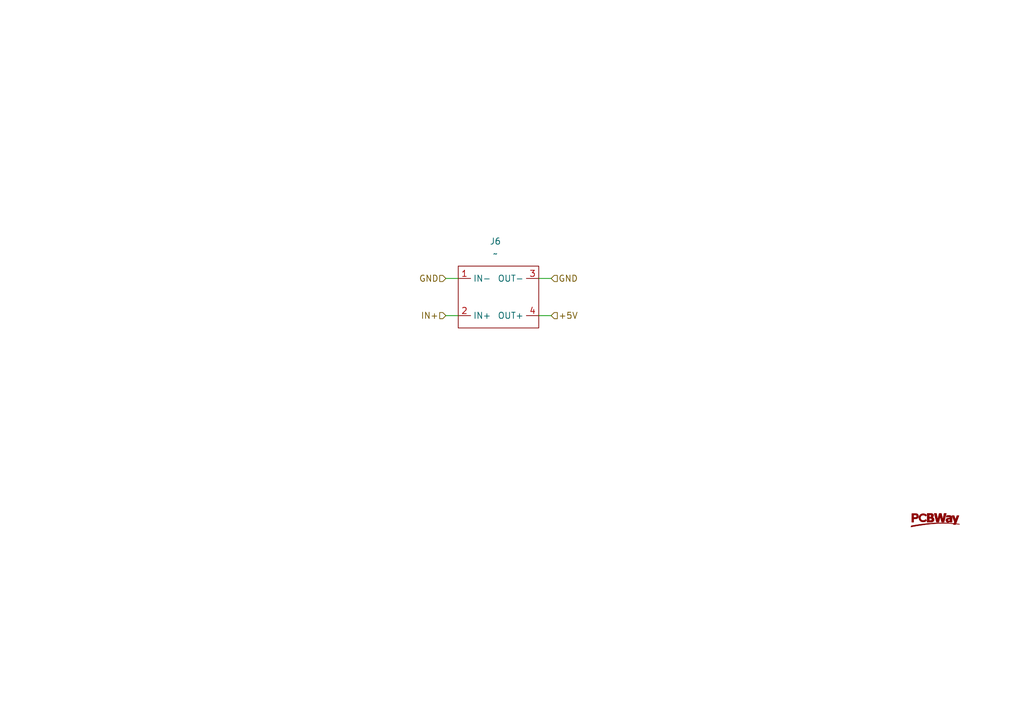
<source format=kicad_sch>
(kicad_sch (version 20250114) (generator "eeschema") (generator_version "9.0")
  (paper "A5")
  (title_block (title "Mole Beacon") (date "05.10.2025") (rev "2.1") (company "Peter Siegmund") (comment 1 "kicad@mars3142.org") (comment 2 "https://wiki.mars3142.dev/project/maerklin/warnemuende/lighthouse/start"))
  (lib_symbols
    (symbol "aliexpress:Buck_Converter"
      (property "Reference" "J" (at 0 0 0))
      (symbol "Buck_Converter_0_1"
        (rectangle (start -7.62 6.35) (end 8.89 -6.35))
      )
      (symbol "Buck_Converter_1_1"
        (pin passive line (at -7.62 3.81 0) (length 2.54) (name "IN-") (number "1"))
        (pin passive line (at -7.62 -3.81 0) (length 2.54) (name "IN+") (number "2"))
        (pin passive line (at 8.89 3.81 180) (length 2.54) (name "OUT-") (number "3"))
        (pin passive line (at 8.89 -3.81 180) (length 2.54) (name "OUT+") (number "4"))
      )
    )
    (symbol "pcbway:LOGO" (pin_names (offset 1.016))
      (symbol "LOGO_0_0"
        (polyline (pts (xy -4.9134 -1.4708) (xy -4.9126 -1.4707) (xy -4.8189 -1.4495) (xy -4.6929 -1.4238) (xy -4.5386 -1.3944) (xy -4.3599 -1.3618) (xy -4.1609 -1.3267) (xy -3.9455 -1.2898) (xy -3.7176 -1.2516) (xy -3.4814 -1.2129) (xy -3.2407 -1.1744) (xy -2.9995 -1.1365) (xy -2.7618 -1.1001) (xy -2.5316 -1.0658) (xy -2.3129 -1.0341) (xy -2.1096 -1.0058) (xy -1.9257 -0.9816) (xy -1.8406 -0.9707) (xy -1.7364 -0.9574) (xy -1.6414 -0.9453) (xy -1.5633 -0.9355) (xy -1.3456 -0.9108) (xy -1.1003 -0.8857) (xy -0.8339 -0.8607) (xy -0.5527 -0.8364) (xy -0.2632 -0.8133) (xy 0.0281 -0.7919) (xy 0.3148 -0.7728) (xy 0.5903 -0.7564) (xy 0.8484 -0.7434) (xy 1.0295 -0.7365) (xy 1.237 -0.7311) (xy 1.459 -0.7275) (xy 1.6882 -0.7256) (xy 1.9173 -0.7254) (xy 2.139 -0.727) (xy 2.346 -0.7303) (xy 2.531 -0.7353) (xy 2.6867 -0.7421) (xy 2.8242 -0.7501) (xy 2.9888 -0.7606) (xy 3.1492 -0.7717) (xy 3.3014 -0.7831) (xy 3.4413 -0.7945) (xy 3.5649 -0.8054) (xy 3.668 -0.8156) (xy 3.7467 -0.8248) (xy 3.7969 -0.8325) (xy 3.8145 -0.8384) (xy 3.8143 -0.8409) (xy 3.8058 -0.871) (xy 3.7886 -0.916) (xy 3.7846 -0.9258) (xy 3.771 -0.9651) (xy 3.7687 -0.9842) (xy 3.7691 -0.9844) (xy 3.7919 -0.9862) (xy 3.8435 -0.9868) (xy 3.9167 -0.9863) (xy 4.0043 -0.9847) (xy 4.2339 -0.979) (xy 4.2463 -0.9225) (xy 4.2587 -0.866) (xy 4.3988 -0.8781) (xy 4.4006 -0.8783) (xy 4.5698 -0.8927) (xy 4.7063 -0.9038) (xy 4.8134 -0.9117) (xy 4.895 -0.9167) (xy 4.9545 -0.919) (xy 4.9956 -0.9186) (xy 5.0218 -0.9159) (xy 5.0369 -0.9109) (xy 5.0411 -0.9085) (xy 5.0489 -0.902) (xy 5.0468 -0.8961) (xy 5.0309 -0.89) (xy 4.9975 -0.8831) (xy 4.9428 -0.8748) (xy 4.8631 -0.8642) (xy 4.7545 -0.8507) (xy 4.6132 -0.8337) (xy 4.5312 -0.8238) (xy 4.4395 -0.8123) (xy 4.3662 -0.8027) (xy 4.3174 -0.7959) (xy 4.2991 -0.7925) (xy 4.2991 -0.7924) (xy 4.3052 -0.7734) (xy 4.3229 -0.7235) (xy 4.3509 -0.6462) (xy 4.3879 -0.5446) (xy 4.4329 -0.4222) (xy 4.4845 -0.2822) (xy 4.5415 -0.1282) (xy 4.6028 0.0367) (xy 4.9097 0.862) (xy 4.6983 0.8672) (xy 4.6201 0.8681) (xy 4.5478 0.8667) (xy 4.4966 0.8633) (xy 4.4741 0.858) (xy 4.4707 0.8511) (xy 4.4567 0.8138) (xy 4.4347 0.7493) (xy 4.4061 0.6628) (xy 4.3729 0.5593) (xy 4.3366 0.4442) (xy 4.3159 0.3788) (xy 4.2814 0.2728) (xy 4.2508 0.1831) (xy 4.2257 0.1145) (xy 4.208 0.0716) (xy 4.1992 0.059) (xy 4.1955 0.0663) (xy 4.1808 0.1038) (xy 4.1572 0.1683) (xy 4.1268 0.2546) (xy 4.0912 0.3576) (xy 4.0523 0.4723) (xy 3.9182 0.8712) (xy 3.6924 0.8712) (xy 3.4666 0.8712) (xy 3.5005 0.7841) (xy 3.508 0.7647) (xy 3.5295 0.7081) (xy 3.5611 0.6249) (xy 3.6009 0.5199) (xy 3.647 0.398) (xy 3.6977 0.264) (xy 3.751 0.1226) (xy 3.9676 -0.4517) (xy 3.9338 -0.5468) (xy 3.9211 -0.5816) (xy 3.8967 -0.6472) (xy 3.877 -0.6975) (xy 3.854 -0.7531) (xy 3.628 -0.7302) (xy 3.4379 -0.7118) (xy 2.7081 -0.6577) (xy 1.9525 -0.6269) (xy 1.1731 -0.6191) (xy 0.3719 -0.6344) (xy -0.449 -0.6725) (xy -1.2878 -0.7334) (xy -2.1424 -0.817) (xy -3.0108 -0.9231) (xy -3.891 -1.0516) (xy -4.7811 -1.2025) (xy -4.8948 -1.2231) (xy -4.9162 -1.3263) (xy -4.9257 -1.3701) (xy -4.9386 -1.424) (xy -4.9477 -1.4556) (xy -4.9489 -1.4591) (xy -4.9449 -1.4741) (xy -4.9134 -1.4708)) (stroke (width 0.01)) (fill (type outline)))
        (polyline (pts (xy -4.4015 -0.1587) (xy -4.4015 0.1685) (xy -4.1218 0.1801) (xy -4.0185 0.1852) (xy -3.8966 0.1948) (xy -3.8007 0.2088) (xy -3.7242 0.229) (xy -3.661 0.2572) (xy -3.6047 0.2953) (xy -3.5488 0.3451) (xy -3.4926 0.4076) (xy -3.4351 0.5046) (xy -3.4029 0.6167) (xy -3.3928 0.752) (xy -3.3973 0.8282) (xy -3.4295 0.9614) (xy -3.4906 1.0768) (xy -3.5783 1.1706) (xy -3.6901 1.2387) (xy -3.7066 1.2458) (xy -3.7363 1.2571) (xy -3.7677 1.2658) (xy -3.806 1.2721) (xy -3.8559 1.2765) (xy -3.9227 1.2794) (xy -4.0111 1.2811) (xy -4.1263 1.282) (xy -4.2731 1.2826) (xy -4.7591 1.2838) (xy -4.7621 0.7332) (xy -4.4015 0.7332) (xy -4.4015 0.984) (xy -4.1542 0.978) (xy -3.9068 0.972) (xy -3.841 0.9062) (xy -3.7879 0.8322) (xy -3.7655 0.7493) (xy -3.7753 0.6671) (xy -3.8164 0.5925) (xy -3.888 0.5325) (xy -3.9112 0.5206) (xy -3.9504 0.5074) (xy -4.0024 0.4985) (xy -4.0753 0.4927) (xy -4.1768 0.4887) (xy -4.4015 0.4823) (xy -4.4015 0.7332) (xy -4.7621 0.7332) (xy -4.7639 0.3989) (xy -4.7686 -0.4859) (xy -4.5851 -0.4859) (xy -4.4015 -0.4859) (xy -4.4015 -0.1587)) (stroke (width 0.01)) (fill (type outline)))
        (polyline (pts (xy -2.2997 -0.4376) (xy -2.145 -0.4058) (xy -2.0093 -0.3536) (xy -1.9936 -0.3451) (xy -1.9404 -0.3123) (xy -1.881 -0.2711) (xy -1.8226 -0.2273) (xy -1.7727 -0.1865) (xy -1.7388 -0.1545) (xy -1.728 -0.1369) (xy -1.7291 -0.135) (xy -1.7474 -0.1118) (xy -1.7829 -0.0707) (xy -1.8293 -0.0194) (xy -1.9254 0.0852) (xy -2.031 0.0037) (xy -2.0456 -0.0075) (xy -2.1453 -0.0738) (xy -2.2391 -0.1143) (xy -2.3399 -0.1333) (xy -2.4607 -0.1348) (xy -2.5469 -0.1275) (xy -2.6582 -0.1012) (xy -2.7542 -0.0527) (xy -2.8461 0.0226) (xy -2.8681 0.0454) (xy -2.9387 0.1496) (xy -2.9831 0.2709) (xy -3.0002 0.4011) (xy -2.9885 0.532) (xy -2.9467 0.6553) (xy -2.9257 0.6949) (xy -2.8431 0.8056) (xy -2.7393 0.8863) (xy -2.614 0.9375) (xy -2.4667 0.9593) (xy -2.4009 0.96) (xy -2.2641 0.9418) (xy -2.1394 0.8938) (xy -2.0174 0.8127) (xy -1.923 0.7375) (xy -1.8235 0.8358) (xy -1.8148 0.8445) (xy -1.7687 0.8936) (xy -1.7362 0.9334) (xy -1.7239 0.9561) (xy -1.7368 0.9774) (xy -1.7714 1.0132) (xy -1.8202 1.0555) (xy -1.8224 1.0573) (xy -1.9755 1.1583) (xy -2.1393 1.2278) (xy -2.3093 1.266) (xy -2.481 1.2731) (xy -2.6498 1.2493) (xy -2.8112 1.1949) (xy -2.9606 1.11) (xy -3.0935 0.9949) (xy -3.1044 0.9832) (xy -3.1893 0.8775) (xy -3.249 0.7677) (xy -3.292 0.6386) (xy -3.2988 0.6111) (xy -3.3213 0.4372) (xy -3.3104 0.2682) (xy -3.2684 0.1081) (xy -3.1975 -0.0393) (xy -3.1001 -0.17) (xy -2.9783 -0.2802) (xy -2.8346 -0.3659) (xy -2.6712 -0.4232) (xy -2.6169 -0.4343) (xy -2.461 -0.4475) (xy -2.2997 -0.4376)) (stroke (width 0.01)) (fill (type outline)))
        (polyline (pts (xy -1.1233 -0.4824) (xy -0.6144 -0.4768) (xy -0.5044 -0.4253) (xy -0.4147 -0.3761) (xy -0.3096 -0.2901) (xy -0.2368 -0.1887) (xy -0.2186 -0.1342) (xy -0.2057 -0.0498) (xy -0.2012 0.0482) (xy -0.2056 0.1482) (xy -0.2194 0.2385) (xy -0.2196 0.2395) (xy -0.2514 0.3086) (xy -0.3088 0.3766) (xy -0.382 0.4337) (xy -0.4608 0.4706) (xy -0.4769 0.4757) (xy -0.5159 0.4912) (xy -0.5312 0.5027) (xy -0.5303 0.505) (xy -0.5102 0.5238) (xy -0.4723 0.5502) (xy -0.4354 0.5773) (xy -0.3655 0.6584) (xy -0.3198 0.758) (xy -0.2999 0.8684) (xy -0.3078 0.9819) (xy -0.3454 1.0904) (xy -0.3828 1.1433) (xy -0.4566 1.2066) (xy -0.5495 1.2577) (xy -0.6517 1.29) (xy -0.6547 1.2905) (xy -0.7121 1.2974) (xy -0.8003 1.3032) (xy -0.9138 1.3076) (xy -1.0472 1.3103) (xy -1.1952 1.3113) (xy -1.6322 1.3113) (xy -1.6322 0.7886) (xy -1.1738 0.7886) (xy -1.1738 0.9812) (xy -1.0481 0.9812) (xy -0.9444 0.9758) (xy -0.8595 0.9557) (xy -0.8033 0.919) (xy -0.7728 0.8635) (xy -0.7649 0.7872) (xy -0.7798 0.7121) (xy -0.8234 0.6516) (xy -0.8939 0.6154) (xy -0.9248 0.6087) (xy -0.9951 0.5997) (xy -1.0683 0.5962) (xy -1.1738 0.5961) (xy -1.1738 0.7886) (xy -1.6322 0.7886) (xy -1.6322 0.4116) (xy -1.6322 0.0642) (xy -1.1738 0.0642) (xy -1.1738 0.2843) (xy -0.999 0.2843) (xy -0.8935 0.2814) (xy -0.8043 0.2699) (xy -0.7406 0.2477) (xy -0.6969 0.2129) (xy -0.6676 0.1634) (xy -0.6614 0.1473) (xy -0.6473 0.0584) (xy -0.6665 -0.0226) (xy -0.7164 -0.0896) (xy -0.7944 -0.1363) (xy -0.8055 -0.1396) (xy -0.8572 -0.1479) (xy -0.9294 -0.1537) (xy -1.0099 -0.1558) (xy -1.1738 -0.1558) (xy -1.1738 0.0642) (xy -1.6322 0.0642) (xy -1.6322 -0.4881) (xy -1.1233 -0.4824)) (stroke (width 0.01)) (fill (type outline)))
        (polyline (pts (xy 0.9153 0.0572) (xy 0.9251 0.0964) (xy 0.9604 0.2344) (xy 0.9922 0.3536) (xy 1.0194 0.4507) (xy 1.0411 0.5223) (xy 1.0564 0.565) (xy 1.0642 0.5753) (xy 1.0653 0.5727) (xy 1.0753 0.5412) (xy 1.0927 0.4801) (xy 1.1164 0.3939) (xy 1.145 0.2874) (xy 1.1774 0.1652) (xy 1.2121 0.0321) (xy 1.3464 -0.4859) (xy 1.5993 -0.4859) (xy 1.6293 -0.4859) (xy 1.7169 -0.4854) (xy 1.7877 -0.4844) (xy 1.8351 -0.483) (xy 1.8524 -0.4814) (xy 1.8527 -0.4802) (xy 1.8591 -0.4541) (xy 1.8735 -0.3967) (xy 1.895 -0.3114) (xy 1.9228 -0.2014) (xy 1.956 -0.0701) (xy 1.9938 0.079) (xy 2.0353 0.2426) (xy 2.0797 0.4173) (xy 2.3067 1.3113) (xy 2.0743 1.3113) (xy 1.8419 1.3113) (xy 1.7888 1.0591) (xy 1.7741 0.9897) (xy 1.748 0.8675) (xy 1.7185 0.7302) (xy 1.6881 0.5898) (xy 1.6595 0.4587) (xy 1.5832 0.1105) (xy 1.5069 0.4312) (xy 1.4943 0.4842) (xy 1.4612 0.6236) (xy 1.4262 0.7712) (xy 1.3928 0.9122) (xy 1.3644 1.0322) (xy 1.2981 1.3124) (xy 1.0683 1.3073) (xy 0.8385 1.3021) (xy 0.8152 1.2104) (xy 0.8049 1.1696) (xy 0.7869 1.0983) (xy 0.7628 1.0027) (xy 0.734 0.8886) (xy 0.7021 0.7617) (xy 0.6684 0.6278) (xy 0.6647 0.6131) (xy 0.6325 0.4867) (xy 0.6032 0.3735) (xy 0.578 0.2782) (xy 0.5579 0.205) (xy 0.5444 0.1585) (xy 0.5384 0.1432) (xy 0.5348 0.1554) (xy 0.5245 0.1994) (xy 0.5089 0.2704) (xy 0.4889 0.3638) (xy 0.4657 0.4744) (xy 0.4403 0.5975) (xy 0.4238 0.6777) (xy 0.3969 0.8082) (xy 0.3716 0.9304) (xy 0.3493 1.0375) (xy 0.3315 1.1224) (xy 0.3196 1.1784) (xy 0.2909 1.3113) (xy 0.0525 1.3113) (xy -0.0203 1.3111) (xy -0.0949 1.3099) (xy -0.1422 1.3069) (xy -0.1679 1.3013) (xy -0.1774 1.2923) (xy -0.1762 1.2792) (xy -0.1743 1.2727) (xy -0.1641 1.2338) (xy -0.1466 1.166) (xy -0.1229 1.0737) (xy -0.0944 0.9617) (xy -0.062 0.8346) (xy -0.0272 0.6969) (xy 0.0101 0.5501) (xy 0.0593 0.3563) (xy 0.1053 0.1756) (xy 0.1472 0.0112) (xy 0.1844 -0.1336) (xy 0.2159 -0.2558) (xy 0.2408 -0.352) (xy 0.2585 -0.4191) (xy 0.268 -0.4538) (xy 0.2719 -0.4627) (xy 0.2849 -0.4729) (xy 0.3112 -0.4797) (xy 0.3567 -0.4836) (xy 0.4273 -0.4855) (xy 0.5288 -0.4859) (xy 0.78 -0.4859) (xy 0.9153 0.0572)) (stroke (width 0.01)) (fill (type outline)))
        (polyline (pts (xy 2.7284 -0.5176) (xy 2.8095 -0.5036) (xy 2.8434 -0.4913) (xy 2.9068 -0.4604) (xy 2.97 -0.4224) (xy 3.0626 -0.36) (xy 3.0626 -0.423) (xy 3.0626 -0.4859) (xy 3.2735 -0.4859) (xy 3.4844 -0.4859) (xy 3.4844 0.0373) (xy 3.4844 0.1188) (xy 3.4837 0.2684) (xy 3.4817 0.3878) (xy 3.4776 0.4816) (xy 3.4708 0.5543) (xy 3.4604 0.6102) (xy 3.4459 0.654) (xy 3.4264 0.69) (xy 3.4013 0.7227) (xy 3.3698 0.7566) (xy 3.3417 0.7811) (xy 3.2784 0.8224) (xy 3.2103 0.8552) (xy 3.1456 0.8742) (xy 3.0351 0.8928) (xy 2.9059 0.9034) (xy 2.7679 0.9054) (xy 2.6311 0.8987) (xy 2.5053 0.8827) (xy 2.4693 0.8762) (xy 2.403 0.8636) (xy 2.3561 0.8538) (xy 2.3369 0.8484) (xy 2.3351 0.8353) (xy 2.3327 0.794) (xy 2.3305 0.7347) (xy 2.3286 0.6673) (xy 2.3273 0.6022) (xy 2.327 0.5494) (xy 2.3278 0.5192) (xy 2.3289 0.5181) (xy 2.352 0.5205) (xy 2.3992 0.5332) (xy 2.462 0.5541) (xy 2.5151 0.5713) (xy 2.6377 0.5981) (xy 2.7546 0.6071) (xy 2.8601 0.599) (xy 2.9488 0.5746) (xy 3.0148 0.5345) (xy 3.0527 0.4794) (xy 3.0566 0.4676) (xy 3.0605 0.4386) (xy 3.0486 0.4187) (xy 3.0155 0.4051) (xy 2.9561 0.3956) (xy 2.8652 0.3874) (xy 2.8371 0.3851) (xy 2.6604 0.3614) (xy 2.5157 0.3236) (xy 2.4013 0.2706) (xy 2.315 0.2013) (xy 2.2548 0.1144) (xy 2.2189 0.0089) (xy 2.2129 -0.0619) (xy 2.6408 -0.0619) (xy 2.6423 -0.039) (xy 2.6685 0.0286) (xy 2.7271 0.0802) (xy 2.8177 0.1154) (xy 2.9395 0.1337) (xy 3.0643 0.1426) (xy 3.0589 -0.0001) (xy 3.0579 -0.0227) (xy 3.0535 -0.0885) (xy 3.0453 -0.1298) (xy 3.0306 -0.1563) (xy 3.0065 -0.1778) (xy 2.9902 -0.1877) (xy 2.9312 -0.2091) (xy 2.8598 -0.2216) (xy 2.8537 -0.2221) (xy 2.7598 -0.2185) (xy 2.6934 -0.1909) (xy 2.6539 -0.1388) (xy 2.6408 -0.0619) (xy 2.2129 -0.0619) (xy 2.2081 -0.1187) (xy 2.229 -0.2381) (xy 2.2793 -0.3439) (xy 2.3562 -0.4308) (xy 2.4574 -0.4934) (xy 2.4696 -0.4981) (xy 2.5435 -0.5144) (xy 2.6348 -0.521) (xy 2.7284 -0.5176)) (stroke (width 0.01)) (fill (type outline)))
      )
    )
  )
  (wire (pts (xy 113.03 57.15) (xy 110.49 57.15)))
  (wire (pts (xy 91.44 64.77) (xy 93.98 64.77)))
  (wire (pts (xy 113.03 64.77) (xy 110.49 64.77)))
  (wire (pts (xy 91.44 57.15) (xy 93.98 57.15)))
  (hierarchical_label "+5V" (shape input) (at 113.03 64.77 0))
  (hierarchical_label "GND" (shape input) (at 91.44 57.15 180))
  (hierarchical_label "IN+" (shape input) (at 91.44 64.77 180))
  (hierarchical_label "GND" (shape input) (at 113.03 57.15 0))
  (symbol (lib_id "pcbway:LOGO") (at 191.77 106.68 0) (unit 1)
    (property "Reference" "#G2" (effects (hide yes)))
    (property "Value" "LOGO" (effects (hide yes)))
  )
  (symbol (lib_id "aliexpress:Buck_Converter") (at 101.6 60.96 0) (unit 1)
    (property "Reference" "J6" (at 101.6 49.53 0))
    (property "Value" "~" (at 101.6 52.07 0))
    (property "Footprint" "aliexpress:Buck Converter (30V to 5V)" (effects (hide yes)))
  )
)
</source>
